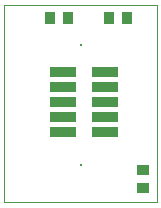
<source format=gts>
G04 Layer_Color=8388736*
%FSLAX25Y25*%
%MOIN*%
G70*
G01*
G75*
%ADD14C,0.00394*%
%ADD19R,0.08900X0.03800*%
%ADD20R,0.04343X0.03556*%
%ADD21R,0.03556X0.04343*%
%ADD22C,0.00800*%
D14*
X100000Y100000D02*
X150787D01*
Y165748D01*
X100000D02*
X150787D01*
X100000Y100000D02*
Y165748D01*
D19*
X133500Y138500D02*
D03*
Y133500D02*
D03*
Y128500D02*
D03*
Y123500D02*
D03*
X119500D02*
D03*
Y128500D02*
D03*
Y133500D02*
D03*
Y138500D02*
D03*
Y143500D02*
D03*
X133500D02*
D03*
D20*
X146063Y104921D02*
D03*
Y110827D02*
D03*
D21*
X121063Y161417D02*
D03*
X115157D02*
D03*
X134843Y161417D02*
D03*
X140748D02*
D03*
D22*
X125641Y152539D02*
D03*
Y112539D02*
D03*
M02*

</source>
